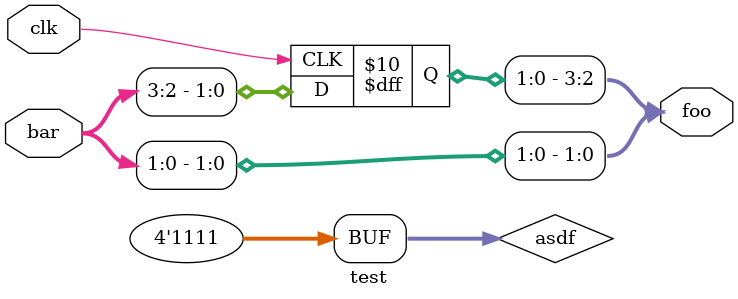
<source format=v>
module test(input clk, input [3:0] bar, output [3:0] foo);
  reg [3:0] foo = 0;
  reg [3:0] last_bar = 0;
  reg [3:0] asdf = 4'b1xxx;

  always @*
    foo[1:0] <= bar[1:0];

  always @(posedge clk)
    foo[3:2] <= bar[3:2];

  always @(posedge clk)
    last_bar <= bar;

  always @*
    asdf[2:0] <= 3'b111;

  assert property (foo == {last_bar[3:2], bar[1:0]});
endmodule

</source>
